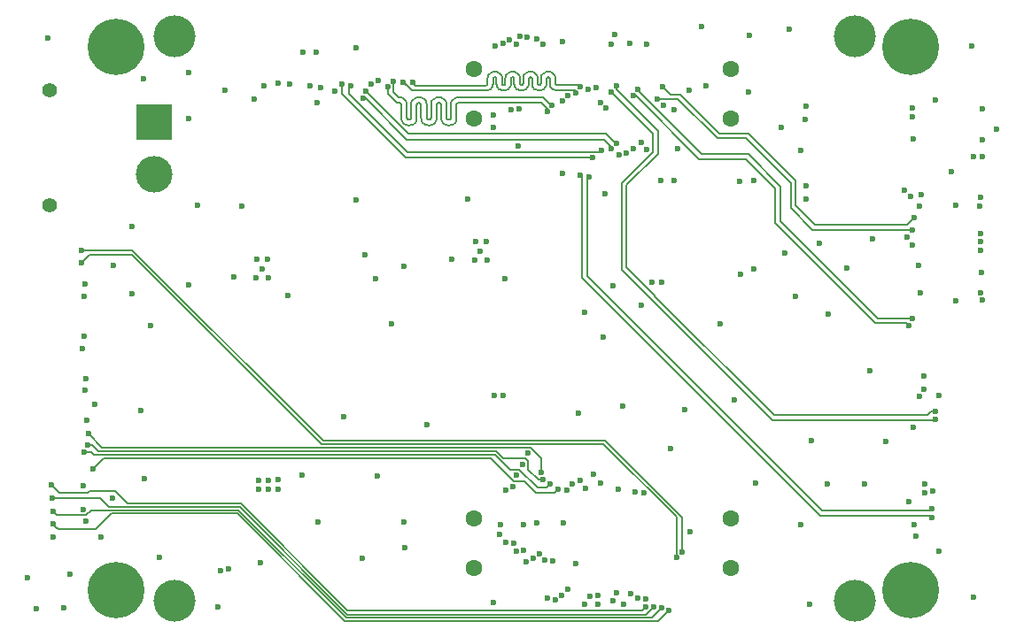
<source format=gbr>
%TF.GenerationSoftware,KiCad,Pcbnew,(5.1.8)-1*%
%TF.CreationDate,2021-06-12T11:00:53-04:00*%
%TF.ProjectId,pixc4-jetson-universal-carrier,70697863-342d-46a6-9574-736f6e2d756e,rev?*%
%TF.SameCoordinates,Original*%
%TF.FileFunction,Copper,L5,Inr*%
%TF.FilePolarity,Positive*%
%FSLAX46Y46*%
G04 Gerber Fmt 4.6, Leading zero omitted, Abs format (unit mm)*
G04 Created by KiCad (PCBNEW (5.1.8)-1) date 2021-06-12 11:00:53*
%MOMM*%
%LPD*%
G01*
G04 APERTURE LIST*
%TA.AperFunction,ComponentPad*%
%ADD10C,4.000000*%
%TD*%
%TA.AperFunction,ComponentPad*%
%ADD11C,1.600000*%
%TD*%
%TA.AperFunction,ComponentPad*%
%ADD12C,3.500000*%
%TD*%
%TA.AperFunction,ComponentPad*%
%ADD13R,3.500000X3.500000*%
%TD*%
%TA.AperFunction,ComponentPad*%
%ADD14C,1.400000*%
%TD*%
%TA.AperFunction,ComponentPad*%
%ADD15C,5.400000*%
%TD*%
%TA.AperFunction,ComponentPad*%
%ADD16C,0.800000*%
%TD*%
%TA.AperFunction,ViaPad*%
%ADD17C,0.600000*%
%TD*%
%TA.AperFunction,Conductor*%
%ADD18C,0.203200*%
%TD*%
%TA.AperFunction,Conductor*%
%ADD19C,0.152400*%
%TD*%
G04 APERTURE END LIST*
D10*
%TO.N,*%
%TO.C,U5*%
X132105400Y-134734300D03*
X67105400Y-134734300D03*
X132105400Y-80734300D03*
X67105400Y-80734300D03*
%TD*%
D11*
%TO.N,+5V*%
%TO.C,J5*%
X120250000Y-88625000D03*
X95750000Y-88625000D03*
%TO.N,GND*%
X120250000Y-83875000D03*
X95750000Y-83875000D03*
%TD*%
%TO.N,+5V*%
%TO.C,J6*%
X120250000Y-131625000D03*
X95750000Y-131625000D03*
%TO.N,GND*%
X120250000Y-126875000D03*
X95750000Y-126875000D03*
%TD*%
D12*
%TO.N,Net-(D1-Pad1)*%
%TO.C,J27*%
X65194180Y-93920320D03*
D13*
%TO.N,GND*%
X65194180Y-88920320D03*
D14*
%TO.N,*%
X55194180Y-96920320D03*
X55194180Y-85920320D03*
%TD*%
D15*
%TO.N,GND*%
%TO.C,J4*%
X137500000Y-133750000D03*
D16*
X139525000Y-133750000D03*
X138931891Y-135181891D03*
X137500000Y-135775000D03*
X136068109Y-135181891D03*
X135475000Y-133750000D03*
X136068109Y-132318109D03*
X137500000Y-131725000D03*
X138931891Y-132318109D03*
%TD*%
D15*
%TO.N,GND*%
%TO.C,J3*%
X137500000Y-81750000D03*
D16*
X139525000Y-81750000D03*
X138931891Y-83181891D03*
X137500000Y-83775000D03*
X136068109Y-83181891D03*
X135475000Y-81750000D03*
X136068109Y-80318109D03*
X137500000Y-79725000D03*
X138931891Y-80318109D03*
%TD*%
D15*
%TO.N,GND*%
%TO.C,J2*%
X61500000Y-133750000D03*
D16*
X63525000Y-133750000D03*
X62931891Y-135181891D03*
X61500000Y-135775000D03*
X60068109Y-135181891D03*
X59475000Y-133750000D03*
X60068109Y-132318109D03*
X61500000Y-131725000D03*
X62931891Y-132318109D03*
%TD*%
D15*
%TO.N,GND*%
%TO.C,J1*%
X61500000Y-81750000D03*
D16*
X63525000Y-81750000D03*
X62931891Y-83181891D03*
X61500000Y-83775000D03*
X60068109Y-83181891D03*
X59475000Y-81750000D03*
X60068109Y-80318109D03*
X61500000Y-79725000D03*
X62931891Y-80318109D03*
%TD*%
D17*
%TO.N,GND*%
X145694400Y-89662000D03*
X76085700Y-103860600D03*
X74917300Y-103886000D03*
X75463400Y-103035100D03*
X76009500Y-102108000D03*
X74968100Y-102108000D03*
X125082300Y-89471500D03*
X95872300Y-100393500D03*
X96913700Y-100393500D03*
X95821500Y-102171500D03*
X96367600Y-101320600D03*
X96989900Y-102146100D03*
X127000000Y-91706700D03*
X104228900Y-81216500D03*
X68478400Y-84251800D03*
X74777600Y-86728300D03*
X68491100Y-88646000D03*
X71932800Y-85877400D03*
X61269880Y-102707440D03*
X63068200Y-98907600D03*
X64833500Y-108394500D03*
X63911480Y-116591080D03*
X64211200Y-123101100D03*
X85331300Y-101638100D03*
X84467700Y-96405700D03*
X73596500Y-96964500D03*
X95135700Y-96304100D03*
X108140500Y-109562900D03*
X105752900Y-116827300D03*
X115887500Y-116471700D03*
X119265700Y-108242100D03*
X133604000Y-112712500D03*
X133096000Y-123609100D03*
X143357600Y-81673700D03*
X125920500Y-80098900D03*
X111175800Y-124358400D03*
X111988600Y-124409200D03*
X144322800Y-92281658D03*
X144132300Y-96139000D03*
X100470990Y-127500292D03*
X104250005Y-127336658D03*
X105501442Y-131211610D03*
X107858560Y-87055960D03*
X138506200Y-95930720D03*
X137105181Y-99939699D03*
X131394200Y-102895400D03*
X128727200Y-100545900D03*
X125488700Y-101498400D03*
X129616200Y-107340400D03*
X126504700Y-105625900D03*
X109994700Y-116166900D03*
X135077200Y-119532400D03*
X129489200Y-123596400D03*
X127838200Y-135089900D03*
X127012700Y-127469900D03*
X83324700Y-117182900D03*
X86499700Y-122834400D03*
X79324200Y-122707400D03*
X80848200Y-127215900D03*
X89039700Y-127215900D03*
X71259700Y-135343900D03*
X65671700Y-130644900D03*
X63068200Y-105371900D03*
X64147700Y-84797900D03*
X69291200Y-96926400D03*
X87896700Y-108292900D03*
X111772700Y-106514900D03*
X108280200Y-95783400D03*
X127965200Y-119405400D03*
X143522700Y-134454900D03*
X55003700Y-80924400D03*
X122694700Y-123532900D03*
X120599200Y-115531900D03*
X106311700Y-107149900D03*
X109042200Y-104609900D03*
X133870700Y-100164900D03*
X115201700Y-91528900D03*
%TO.N,+BATT*%
X104216200Y-93891100D03*
X108394500Y-87604600D03*
X86372700Y-103911400D03*
X75336400Y-131114800D03*
%TO.N,+VDD_SERVO*%
X138447085Y-105261985D03*
X116398040Y-128188720D03*
%TO.N,+5V*%
X75692000Y-85521800D03*
X85051900Y-130721100D03*
X75184000Y-124091700D03*
X76098400Y-124079000D03*
X77012800Y-124066300D03*
X76987400Y-123202700D03*
X75158600Y-123228100D03*
X76073000Y-123215400D03*
X68453000Y-104521000D03*
X53073300Y-132600700D03*
%TO.N,3V3_SYS*%
X80759300Y-87058500D03*
X117500399Y-79844901D03*
%TO.N,USB2-*%
X113739846Y-85542562D03*
X137827849Y-98077721D03*
%TO.N,USB2+*%
X113247673Y-86721805D03*
X137662326Y-99252751D03*
%TO.N,PORT_VBUS_2*%
X112217200Y-81483200D03*
X141798240Y-96894375D03*
%TO.N,USB3-*%
X111391700Y-85801200D03*
X137627360Y-107741720D03*
%TO.N,USB3+*%
X110964548Y-86451214D03*
X137302240Y-108452920D03*
%TO.N,PORT_VBUS_3*%
X110629700Y-81407000D03*
X141798240Y-106029690D03*
%TO.N,USB4-*%
X109346858Y-85491485D03*
X139856278Y-116600960D03*
%TO.N,USB4+*%
X139856278Y-117408670D03*
X108828756Y-86085854D03*
%TO.N,PORT_VBUS_4*%
X140182600Y-115125500D03*
X108846325Y-81465125D03*
%TO.N,USB5-*%
X107416600Y-85623400D03*
X139471400Y-125948160D03*
X106717290Y-94201401D03*
%TO.N,USB5+*%
X106667299Y-85832063D03*
X139471400Y-126832640D03*
X105869460Y-94030800D03*
%TO.N,PORT_VBUS_5*%
X139598400Y-124256800D03*
X109181900Y-80556100D03*
X122034300Y-80683100D03*
X122022166Y-86105898D03*
%TO.N,ETH_RADIO_TX_N*%
X102335801Y-81514220D03*
X122455940Y-103014780D03*
%TO.N,ETH_RADIO_TX_P*%
X101762681Y-81001322D03*
X121208800Y-103479600D03*
%TO.N,ETH_RADIO_RX_N*%
X100850700Y-80860900D03*
X112731920Y-104299120D03*
%TO.N,ETH_RADIO_RX_P*%
X100109878Y-80729344D03*
X113670484Y-104274216D03*
%TO.N,ETH_SPARE_RX_P*%
X99767855Y-81528576D03*
X127464830Y-87396310D03*
%TO.N,ETH_SPARE_RX_N*%
X99160706Y-81084172D03*
X127429765Y-88671400D03*
%TO.N,ETH_SPARE_TX_P*%
X98494149Y-81433207D03*
X127464810Y-95016330D03*
%TO.N,ETH_SPARE_TX_N*%
X97775407Y-81655767D03*
X127464813Y-96286327D03*
%TO.N,XAVIER_CONSOLE_TX_OUT*%
X97612200Y-88315800D03*
X58547000Y-104432100D03*
%TO.N,XAVIER_CONSOLE_RX_IN*%
X58508900Y-105625900D03*
X97574100Y-89458800D03*
%TO.N,FMU_I2C_1_SDA*%
X103746300Y-124129800D03*
X59324242Y-122174000D03*
%TO.N,FMU_I2C_1_SCL*%
X102990943Y-123611586D03*
X58518921Y-120522869D03*
%TO.N,GPS1_RX*%
X102359445Y-123202521D03*
X58860348Y-119852383D03*
%TO.N,GPS1_TX*%
X58877200Y-118795800D03*
X102171310Y-122474010D03*
%TO.N,+VDD_5V_PERIPH*%
X144246600Y-103352288D03*
X144180128Y-99641634D03*
X98272600Y-127520700D03*
X101750008Y-127336657D03*
X55511700Y-128701800D03*
X97637600Y-134967668D03*
X58740040Y-117495320D03*
X112127789Y-134558761D03*
X110073440Y-135097520D03*
X106299000Y-135082280D03*
X107604551Y-135117831D03*
X140221660Y-129980380D03*
X60126880Y-128671320D03*
X59496960Y-115935760D03*
%TO.N,BATT_VOLTAGE_SENS_PROT*%
X115627082Y-130095237D03*
X58269562Y-101210800D03*
%TO.N,BATT_CURRENT_SENS_PROT*%
X115087400Y-130619500D03*
X58242200Y-102382320D03*
%TO.N,FMU-CH1-PROT*%
X143484600Y-92240100D03*
X102526010Y-130871221D03*
%TO.N,IO-CH8-PROT*%
X144373600Y-90627200D03*
X102039609Y-130297168D03*
%TO.N,IO-CH7-PROT*%
X144373600Y-87668100D03*
X101388155Y-130673640D03*
%TO.N,IO-CH6-PROT*%
X138275161Y-102645571D03*
X100716370Y-131012503D03*
%TO.N,IO-CH5-PROT*%
X100519283Y-129909783D03*
X137617200Y-100700840D03*
%TO.N,IO-CH4-PROT*%
X138363195Y-96967805D03*
X99776570Y-130030207D03*
%TO.N,IO-CH3-PROT*%
X141401842Y-93675227D03*
X99544316Y-129257257D03*
%TO.N,IO-CH2-PROT*%
X98796130Y-129177622D03*
X137748135Y-90544864D03*
%TO.N,IO-CH1-PROT*%
X98209100Y-128422400D03*
X139823041Y-86846559D03*
%TO.N,ETH_RADIO_TX_POSTMAG_N*%
X117936501Y-85499521D03*
X122455936Y-94569284D03*
%TO.N,ETH_RADIO_TX_POSTMAG_P*%
X116285922Y-85888732D03*
X121158505Y-94596715D03*
%TO.N,ETH_RADIO_RX_POSTMAG_N*%
X114835940Y-94569280D03*
X114854010Y-87768988D03*
%TO.N,ETH_RADIO_RX_POSTMAG_P*%
X113565940Y-94569280D03*
X113896645Y-87334855D03*
%TO.N,ETH_SPARE_TX_POSTMAG_N*%
X137493245Y-96097855D03*
%TO.N,ETH_SPARE_TX_POSTMAG_P*%
X136857296Y-95461907D03*
%TO.N,ETH_SPARE_RX_POSTMAG_N*%
X137680700Y-88480900D03*
%TO.N,ETH_SPARE_RX_POSTMAG_P*%
X137655300Y-87617300D03*
%TO.N,Net-(C20-Pad1)*%
X98717100Y-103936800D03*
X93636840Y-102044400D03*
%TO.N,Net-(D4-Pad1)*%
X53924200Y-135483600D03*
%TO.N,Net-(C21-Pad1)*%
X77978000Y-105537000D03*
X72752960Y-103794460D03*
%TO.N,+5V_FMU*%
X109499400Y-124129800D03*
X89090500Y-102730300D03*
X91236800Y-117919500D03*
X57124600Y-132181600D03*
X97726500Y-115112800D03*
X114554000Y-120197546D03*
X98557080Y-115097560D03*
X89103200Y-129692400D03*
%TO.N,Net-(D5-Pad1)*%
X56553100Y-135445500D03*
%TO.N,IRID_ON_OFF_3.3*%
X77050900Y-85255100D03*
X112217200Y-91605100D03*
%TO.N,IRID_TX_IN_3.3*%
X78155800Y-85305900D03*
X111772710Y-90930419D03*
%TO.N,IRID_RING_3.3*%
X79425800Y-82245200D03*
X110944111Y-91478100D03*
%TO.N,IRID_NA_3.3*%
X80657700Y-82270600D03*
X110326413Y-91907702D03*
%TO.N,IRID_RX_OUT_3.3*%
X109590480Y-92064262D03*
X84442300Y-81876900D03*
%TO.N,CAM1_D2_N*%
X109409465Y-90959095D03*
X85420200Y-86004400D03*
%TO.N,CAM1_D2_P*%
X108877100Y-91490800D03*
X85151489Y-86707183D03*
%TO.N,CAM1_D3_N*%
X84010500Y-85445600D03*
X107899200Y-91643200D03*
%TO.N,CAM1_D3_P*%
X107087969Y-92349610D03*
X83096100Y-85344000D03*
%TO.N,CAM1_D0_N*%
X89877900Y-85178900D03*
X105933786Y-85573315D03*
%TO.N,CAM1_D0_P*%
X105498900Y-86194900D03*
X89001600Y-85140800D03*
%TO.N,CAM1_C_N*%
X104731809Y-86399379D03*
X86575900Y-84950300D03*
%TO.N,CAM1_C_P*%
X104216200Y-86956900D03*
X85902932Y-85286784D03*
%TO.N,CAM1_D1_N*%
X103190900Y-87314458D03*
X88074965Y-85065452D03*
%TO.N,CAM1_D1_P*%
X102730300Y-87909400D03*
X87515700Y-85568772D03*
%TO.N,CAM_GPIO*%
X99961700Y-91211400D03*
X82448400Y-85966300D03*
%TO.N,CAM_SCL0*%
X100038766Y-87667234D03*
X81051400Y-85661500D03*
%TO.N,CAM_SDA0*%
X99289523Y-87736219D03*
X80086200Y-85496400D03*
%TO.N,RC_INPUT*%
X107873800Y-123510040D03*
X58491120Y-109407960D03*
%TO.N,+VDD_5V_RADIO*%
X107177840Y-122682000D03*
X58301380Y-110599980D03*
%TO.N,BUZZER_OUT*%
X106407958Y-124035555D03*
X58643481Y-127110191D03*
%TO.N,SAFETY_VDD*%
X105882440Y-123240800D03*
X58390511Y-126052980D03*
%TO.N,~SAFETY_SWITCH_LED_OUT*%
X105151715Y-123620506D03*
X61165740Y-124929900D03*
%TO.N,SAFETY_SWITCH_IN*%
X104632470Y-124203724D03*
X58372688Y-123714160D03*
%TO.N,SPI5_CS2_EXTERNAL1*%
X100882020Y-120606906D03*
X138816080Y-123550680D03*
%TO.N,SPI5_CS1_EXTERNAL1*%
X100355398Y-121729500D03*
X138821160Y-124419360D03*
%TO.N,SPI5_MOSI_EXTERNAL1*%
X99834700Y-122720100D03*
X137271844Y-125252396D03*
%TO.N,SPI5_MISO_EXTERNAL1*%
X99468339Y-123867183D03*
X137825480Y-127452120D03*
%TO.N,SPI5_SCK_EXTERNAL1*%
X137998200Y-128587500D03*
X98765049Y-124134590D03*
%TO.N,TELEM1_TX*%
X55511700Y-127431800D03*
X114385281Y-135702275D03*
%TO.N,TELEM1_RX*%
X55486300Y-126212600D03*
X113671026Y-135465711D03*
%TO.N,TELEM1_CTS*%
X55422800Y-124955300D03*
X112932693Y-135320835D03*
%TO.N,TELEM1_RTS*%
X55384700Y-123710700D03*
X112148676Y-135357284D03*
%TO.N,CAN_L_1-*%
X144208500Y-101193600D03*
X111381030Y-134466700D03*
%TO.N,CAN_H_1+*%
X144208500Y-100393500D03*
X110724418Y-134099300D03*
%TO.N,CAN_L_2-*%
X58643520Y-113477040D03*
X72303104Y-131690375D03*
X109353649Y-134008460D03*
%TO.N,CAN_H_2+*%
X58577480Y-114614960D03*
X109047280Y-134777480D03*
X71552148Y-131880385D03*
%TO.N,FMU_I2C_2_SDA*%
X144297400Y-106006900D03*
X107610456Y-134289770D03*
%TO.N,FMU_I2C_2_SCL*%
X144200676Y-105260742D03*
X106858090Y-134298105D03*
%TO.N,FMU-CH6-PROT*%
X138775440Y-113284000D03*
X104734650Y-133684532D03*
%TO.N,FMU-CH5-PROT*%
X138744960Y-114518440D03*
X104140290Y-134213688D03*
%TO.N,FMU-CH4-PROT*%
X103548204Y-134683445D03*
X138315700Y-115214400D03*
%TO.N,FMU-CH3-PROT*%
X102808149Y-134547695D03*
X137754360Y-118150640D03*
%TO.N,FMU-CH2-PROT*%
X144043400Y-97015300D03*
X103270711Y-130978665D03*
%TD*%
D18*
%TO.N,USB2-*%
X113739846Y-85542562D02*
X114493784Y-86296500D01*
X126494764Y-94552322D02*
X126494764Y-96955088D01*
X114493784Y-86296500D02*
X115443000Y-86296500D01*
X115443000Y-86296500D02*
X119174260Y-90027760D01*
X119174260Y-90027760D02*
X121970202Y-90027760D01*
X121970202Y-90027760D02*
X126494764Y-94552322D01*
X126494764Y-96955088D02*
X128129776Y-98590100D01*
X137140509Y-98765061D02*
X128321857Y-98765061D01*
X128321857Y-98765061D02*
X128138336Y-98581540D01*
X137827849Y-98077721D02*
X137140509Y-98765061D01*
%TO.N,USB2+*%
X126019560Y-97152460D02*
X128119851Y-99252751D01*
X115207905Y-86721805D02*
X119001540Y-90515440D01*
X119001540Y-90515440D02*
X121768198Y-90515440D01*
X121768198Y-90515440D02*
X126019560Y-94766802D01*
X128119851Y-99252751D02*
X137662326Y-99252751D01*
X126019560Y-94766802D02*
X126019560Y-97152460D01*
X113247673Y-86721805D02*
X115207905Y-86721805D01*
%TO.N,USB3-*%
X111391700Y-85801200D02*
X111391700Y-85881233D01*
X111391700Y-85881233D02*
X112287728Y-86777261D01*
X112287728Y-86777261D02*
X115544600Y-90034133D01*
X121944802Y-91996260D02*
X117506727Y-91996260D01*
X117506727Y-91996260D02*
X115544600Y-90034133D01*
X121944802Y-91996260D02*
X125046740Y-95098198D01*
X125046740Y-95098198D02*
X125046740Y-98438298D01*
X125046740Y-98438298D02*
X134350162Y-107741720D01*
X134350162Y-107741720D02*
X137627360Y-107741720D01*
X111391700Y-85801200D02*
X111391700Y-85996780D01*
%TO.N,USB3+*%
X137048240Y-108198920D02*
X137302240Y-108452920D01*
X134117678Y-108198920D02*
X137048240Y-108198920D01*
X124559060Y-98640302D02*
X134117678Y-108198920D01*
X121742798Y-92483940D02*
X124559060Y-95300202D01*
X117284500Y-92483940D02*
X121742798Y-92483940D01*
X111251774Y-86451214D02*
X117284500Y-92483940D01*
X124559060Y-95300202D02*
X124559060Y-98640302D01*
X110964548Y-86451214D02*
X111251774Y-86451214D01*
%TO.N,USB4-*%
X109346858Y-85491485D02*
X109346858Y-85826458D01*
X124402586Y-116979700D02*
X139053274Y-116979700D01*
X109346858Y-85826458D02*
X113322100Y-89801700D01*
X113322100Y-89801700D02*
X113322100Y-92024200D01*
X113322100Y-92024200D02*
X110340140Y-95006160D01*
X110340140Y-95006160D02*
X110340140Y-102870598D01*
X110340140Y-102870598D02*
X113034799Y-105565257D01*
X113034799Y-105565257D02*
X113034799Y-105611913D01*
X113034799Y-105611913D02*
X124402586Y-116979700D01*
X139053274Y-116979700D02*
X139432014Y-116600960D01*
X139432014Y-116600960D02*
X139856278Y-116600960D01*
%TO.N,USB4+*%
X108828756Y-86085854D02*
X112826800Y-90083898D01*
X112826800Y-90083898D02*
X112826800Y-91831758D01*
X112826800Y-91831758D02*
X109852460Y-94806098D01*
X109852460Y-94806098D02*
X109852460Y-103072602D01*
X109852460Y-103072602D02*
X124265298Y-117485440D01*
X124265298Y-117485440D02*
X139779508Y-117485440D01*
X139779508Y-117485440D02*
X139856278Y-117408670D01*
%TO.N,USB5-*%
X106591100Y-94327591D02*
X106717290Y-94201401D01*
X106591100Y-103718958D02*
X106591100Y-94327591D01*
X128983142Y-126111000D02*
X106591100Y-103718958D01*
X139308560Y-126111000D02*
X128983142Y-126111000D01*
X139471400Y-125948160D02*
X139308560Y-126111000D01*
%TO.N,USB5+*%
X106067860Y-103885402D02*
X128816698Y-126634240D01*
X128816698Y-126634240D02*
X139273000Y-126634240D01*
X139273000Y-126634240D02*
X139471400Y-126832640D01*
X105869460Y-94030800D02*
X106067860Y-94229200D01*
X106067860Y-94229200D02*
X106067860Y-103885402D01*
D19*
%TO.N,FMU_I2C_1_SDA*%
X60378342Y-121119900D02*
X59324242Y-122174000D01*
X97320100Y-121119900D02*
X60378342Y-121119900D01*
X99538782Y-123338582D02*
X97320100Y-121119900D01*
X100549702Y-123338582D02*
X99538782Y-123338582D01*
X101640919Y-124429799D02*
X100549702Y-123338582D01*
X103446301Y-124429799D02*
X101640919Y-124429799D01*
X103746300Y-124129800D02*
X103446301Y-124429799D01*
%TO.N,FMU_I2C_1_SCL*%
X59445797Y-120766467D02*
X59202199Y-120522869D01*
X102690944Y-123911585D02*
X101808515Y-123911585D01*
X97748987Y-120766467D02*
X59445797Y-120766467D01*
X101808515Y-123911585D02*
X100088429Y-122191499D01*
X59202199Y-120522869D02*
X58518921Y-120522869D01*
X99174019Y-122191499D02*
X97748987Y-120766467D01*
X102990943Y-123611586D02*
X102690944Y-123911585D01*
X100088429Y-122191499D02*
X99174019Y-122191499D01*
%TO.N,GPS1_RX*%
X98500186Y-121086599D02*
X97834976Y-120421389D01*
X100934801Y-121361471D02*
X100659929Y-121086599D01*
X59853618Y-120421389D02*
X59284612Y-119852383D01*
X100934801Y-122202141D02*
X100934801Y-121361471D01*
X59284612Y-119852383D02*
X58860348Y-119852383D01*
X101935181Y-123202521D02*
X100934801Y-122202141D01*
X102359445Y-123202521D02*
X101935181Y-123202521D01*
X97834976Y-120421389D02*
X59853618Y-120421389D01*
X100659929Y-121086599D02*
X98500186Y-121086599D01*
%TO.N,GPS1_TX*%
X102171310Y-121113866D02*
X102171310Y-122474010D01*
X60159705Y-120078305D02*
X101135749Y-120078305D01*
X58877200Y-118795800D02*
X60159705Y-120078305D01*
X101135749Y-120078305D02*
X102171310Y-121113866D01*
%TO.N,BATT_VOLTAGE_SENS_PROT*%
X115627082Y-130095237D02*
X115627082Y-126834286D01*
X115627082Y-126834286D02*
X108261479Y-119468683D01*
X63047300Y-101210800D02*
X58269562Y-101210800D01*
X108261479Y-119468683D02*
X81305183Y-119468683D01*
X81305183Y-119468683D02*
X63047300Y-101210800D01*
%TO.N,BATT_CURRENT_SENS_PROT*%
X58999120Y-101625400D02*
X58242200Y-102382320D01*
X63027560Y-101625400D02*
X58999120Y-101625400D01*
X81175654Y-119773494D02*
X63027560Y-101625400D01*
X108135224Y-119773494D02*
X81175654Y-119773494D01*
X115087400Y-126725670D02*
X108135224Y-119773494D01*
X115087400Y-130619500D02*
X115087400Y-126725670D01*
%TO.N,CAM1_D2_N*%
X108376276Y-90081100D02*
X89496900Y-90081100D01*
X89496900Y-90081100D02*
X85745813Y-86330013D01*
X85745813Y-86330013D02*
X85420200Y-86004400D01*
X109409465Y-90959095D02*
X109254271Y-90959095D01*
X109254271Y-90959095D02*
X108376276Y-90081100D01*
%TO.N,CAM1_D2_P*%
X108155334Y-90614500D02*
X89275958Y-90614500D01*
X89275958Y-90614500D02*
X85368641Y-86707183D01*
X85368641Y-86707183D02*
X85151489Y-86707183D01*
X108877100Y-91490800D02*
X108877100Y-91336266D01*
X108877100Y-91336266D02*
X108155334Y-90614500D01*
%TO.N,CAM1_D3_N*%
X107721400Y-91821000D02*
X107899200Y-91643200D01*
X89429572Y-91821000D02*
X107721400Y-91821000D01*
X83832700Y-86224128D02*
X89429572Y-91821000D01*
X83832700Y-85623400D02*
X83832700Y-86224128D01*
X84010500Y-85445600D02*
X83832700Y-85623400D01*
%TO.N,CAM1_D3_P*%
X83096100Y-86258400D02*
X89187310Y-92349610D01*
X89187310Y-92349610D02*
X107087969Y-92349610D01*
X83096100Y-85344000D02*
X83096100Y-86258400D01*
%TO.N,CAM1_D0_N*%
X99247807Y-84144440D02*
X99392831Y-84128100D01*
X103540176Y-85305183D02*
X103559036Y-85335198D01*
X97410055Y-84192641D02*
X97547807Y-84144440D01*
X96851707Y-85478899D02*
X96951483Y-85379123D01*
X100425423Y-85305183D02*
X100437131Y-85271725D01*
X102647807Y-84144440D02*
X102792831Y-84128100D01*
X99982312Y-84373483D02*
X100059958Y-84497055D01*
X101914116Y-85379123D02*
X101947574Y-85390831D01*
X100124500Y-84779831D02*
X100124500Y-85236500D01*
X100947807Y-84144440D02*
X101092831Y-84128100D01*
X100159036Y-85335198D02*
X100184101Y-85360263D01*
X103459958Y-84497055D02*
X103508159Y-84634807D01*
X100140176Y-85305183D02*
X100159036Y-85335198D01*
X100247574Y-85390831D02*
X100282800Y-85394800D01*
X100059958Y-84497055D02*
X100108159Y-84634807D01*
X103279116Y-84270287D02*
X103382312Y-84373483D01*
X100406563Y-85335198D02*
X100425423Y-85305183D01*
X100128468Y-85271725D02*
X100140176Y-85305183D01*
X100505641Y-84497055D02*
X100583287Y-84373483D01*
X102106563Y-85335198D02*
X102125423Y-85305183D01*
X100686483Y-84270287D02*
X100810055Y-84192641D01*
X101859036Y-85335198D02*
X101884101Y-85360263D01*
X98741100Y-84779831D02*
X98757440Y-84634807D01*
X102386483Y-84270287D02*
X102510055Y-84192641D01*
X102510055Y-84192641D02*
X102647807Y-84144440D01*
X100457440Y-84634807D02*
X100505641Y-84497055D01*
X97183287Y-84373483D02*
X97286483Y-84270287D01*
X102872768Y-84128100D02*
X103017792Y-84144440D01*
X103682800Y-85394800D02*
X105755271Y-85394800D01*
X101947574Y-85390831D02*
X101982800Y-85394800D01*
X98514116Y-85379123D02*
X98547574Y-85390831D01*
X103647574Y-85390831D02*
X103682800Y-85394800D01*
X99755544Y-84192641D02*
X99879116Y-84270287D01*
X103155544Y-84192641D02*
X103279116Y-84270287D01*
X101092831Y-84128100D02*
X101172768Y-84128100D01*
X100184101Y-85360263D02*
X100214116Y-85379123D01*
X103559036Y-85335198D02*
X103584101Y-85360263D01*
X89877900Y-85178900D02*
X90177899Y-85478899D01*
X103382312Y-84373483D02*
X103459958Y-84497055D01*
X100214116Y-85379123D02*
X100247574Y-85390831D01*
X103584101Y-85360263D02*
X103614116Y-85379123D01*
X102283287Y-84373483D02*
X102386483Y-84270287D01*
X100124500Y-85236500D02*
X100128468Y-85271725D01*
X102081498Y-85360263D02*
X102106563Y-85335198D01*
X97025423Y-85305183D02*
X97037131Y-85271725D01*
X100108159Y-84634807D02*
X100124500Y-84779831D01*
X101682312Y-84373483D02*
X101759958Y-84497055D01*
X101759958Y-84497055D02*
X101808159Y-84634807D01*
X99617792Y-84144440D02*
X99755544Y-84192641D01*
X101824500Y-84779831D02*
X101824500Y-85236500D01*
X103614116Y-85379123D02*
X103647574Y-85390831D01*
X98459036Y-85335198D02*
X98484101Y-85360263D01*
X101982800Y-85394800D02*
X102018025Y-85390831D01*
X103524500Y-84779831D02*
X103524500Y-85236500D01*
X98408159Y-84634807D02*
X98424500Y-84779831D01*
X102125423Y-85305183D02*
X102137131Y-85271725D01*
X100381498Y-85360263D02*
X100406563Y-85335198D01*
X102141100Y-85236500D02*
X102141100Y-84779831D01*
X103017792Y-84144440D02*
X103155544Y-84192641D01*
X101172768Y-84128100D02*
X101317792Y-84144440D01*
X100437131Y-85271725D02*
X100441100Y-85236500D01*
X102018025Y-85390831D02*
X102051483Y-85379123D01*
X100282800Y-85394800D02*
X100318025Y-85390831D01*
X105755271Y-85394800D02*
X105933786Y-85573315D01*
X101884101Y-85360263D02*
X101914116Y-85379123D01*
X101824500Y-85236500D02*
X101828468Y-85271725D01*
X98484101Y-85360263D02*
X98514116Y-85379123D01*
X101840176Y-85305183D02*
X101859036Y-85335198D01*
X101579116Y-84270287D02*
X101682312Y-84373483D01*
X98282312Y-84373483D02*
X98359958Y-84497055D01*
X100318025Y-85390831D02*
X100351483Y-85379123D01*
X100351483Y-85379123D02*
X100381498Y-85360263D01*
X103508159Y-84634807D02*
X103524500Y-84779831D01*
X102051483Y-85379123D02*
X102081498Y-85360263D01*
X100810055Y-84192641D02*
X100947807Y-84144440D01*
X99392831Y-84128100D02*
X99472768Y-84128100D01*
X103528468Y-85271725D02*
X103540176Y-85305183D01*
X99472768Y-84128100D02*
X99617792Y-84144440D01*
X99110055Y-84192641D02*
X99247807Y-84144440D01*
X98986483Y-84270287D02*
X99110055Y-84192641D01*
X98883287Y-84373483D02*
X98986483Y-84270287D01*
X98805641Y-84497055D02*
X98883287Y-84373483D01*
X102157440Y-84634807D02*
X102205641Y-84497055D01*
X98757440Y-84634807D02*
X98805641Y-84497055D01*
X98741100Y-85236500D02*
X98741100Y-84779831D01*
X98706563Y-85335198D02*
X98725423Y-85305183D01*
X102137131Y-85271725D02*
X102141100Y-85236500D01*
X98737131Y-85271725D02*
X98741100Y-85236500D01*
X98725423Y-85305183D02*
X98737131Y-85271725D01*
X97917792Y-84144440D02*
X98055544Y-84192641D01*
X103524500Y-85236500D02*
X103528468Y-85271725D01*
X98681498Y-85360263D02*
X98706563Y-85335198D01*
X98651483Y-85379123D02*
X98681498Y-85360263D01*
X102205641Y-84497055D02*
X102283287Y-84373483D01*
X98179116Y-84270287D02*
X98282312Y-84373483D01*
X97105641Y-84497055D02*
X97183287Y-84373483D01*
X98618025Y-85390831D02*
X98651483Y-85379123D01*
X98582800Y-85394800D02*
X98618025Y-85390831D01*
X98547574Y-85390831D02*
X98582800Y-85394800D01*
X98440176Y-85305183D02*
X98459036Y-85335198D01*
X98428468Y-85271725D02*
X98440176Y-85305183D01*
X98424500Y-85236500D02*
X98428468Y-85271725D01*
X102141100Y-84779831D02*
X102157440Y-84634807D01*
X98424500Y-84779831D02*
X98424500Y-85236500D01*
X100441100Y-85236500D02*
X100441100Y-84779831D01*
X97547807Y-84144440D02*
X97692831Y-84128100D01*
X97006563Y-85335198D02*
X97025423Y-85305183D01*
X98359958Y-84497055D02*
X98408159Y-84634807D01*
X98055544Y-84192641D02*
X98179116Y-84270287D01*
X100583287Y-84373483D02*
X100686483Y-84270287D01*
X97772768Y-84128100D02*
X97917792Y-84144440D01*
X97692831Y-84128100D02*
X97772768Y-84128100D01*
X101317792Y-84144440D02*
X101455544Y-84192641D01*
X97286483Y-84270287D02*
X97410055Y-84192641D01*
X101455544Y-84192641D02*
X101579116Y-84270287D01*
X97041100Y-84779831D02*
X97057440Y-84634807D01*
X100441100Y-84779831D02*
X100457440Y-84634807D01*
X97057440Y-84634807D02*
X97105641Y-84497055D01*
X97041100Y-85236500D02*
X97041100Y-84779831D01*
X97037131Y-85271725D02*
X97041100Y-85236500D01*
X96981498Y-85360263D02*
X97006563Y-85335198D01*
X96951483Y-85379123D02*
X96981498Y-85360263D01*
X101828468Y-85271725D02*
X101840176Y-85305183D01*
X101808159Y-84634807D02*
X101824500Y-84779831D01*
X90177899Y-85478899D02*
X96851707Y-85478899D01*
X99879116Y-84270287D02*
X99982312Y-84373483D01*
X102792831Y-84128100D02*
X102872768Y-84128100D01*
%TO.N,CAM1_D0_P*%
X102709036Y-84721101D02*
X102690176Y-84751116D01*
X103007440Y-85421492D02*
X102991100Y-85276468D01*
X104315324Y-85870779D02*
X104257903Y-85928200D01*
X103055641Y-85559244D02*
X103007440Y-85421492D01*
X100990176Y-84751116D02*
X100978468Y-84784574D01*
X101009036Y-84721101D02*
X100990176Y-84751116D01*
X102868025Y-84665468D02*
X102832800Y-84661500D01*
X97801483Y-84677176D02*
X97768025Y-84665468D01*
X101168025Y-84665468D02*
X101132800Y-84661500D01*
X96922768Y-85928200D02*
X89818228Y-85928200D01*
X102931498Y-84696036D02*
X102901483Y-84677176D01*
X101201483Y-84677176D02*
X101168025Y-84665468D01*
X101256563Y-84721101D02*
X101231498Y-84696036D01*
X104257903Y-85928200D02*
X103642831Y-85928200D01*
X101132800Y-84661500D02*
X101097574Y-84665468D01*
X101275423Y-84751116D02*
X101256563Y-84721101D01*
X97856563Y-84721101D02*
X97831498Y-84696036D01*
X101287131Y-84784574D02*
X101275423Y-84751116D01*
X99591100Y-84819800D02*
X99587131Y-84784574D01*
X101291100Y-85276468D02*
X101291100Y-84819800D01*
X98767792Y-85911859D02*
X98622768Y-85928200D01*
X100974500Y-84819800D02*
X100974500Y-85276468D01*
X101307440Y-85421492D02*
X101291100Y-85276468D01*
X99258159Y-85421492D02*
X99209958Y-85559244D01*
X101355641Y-85559244D02*
X101307440Y-85421492D01*
X101660055Y-85863658D02*
X101536483Y-85786012D01*
X99274500Y-84819800D02*
X99274500Y-85276468D01*
X102429116Y-85786012D02*
X102305544Y-85863658D01*
X102609958Y-85559244D02*
X102532312Y-85682816D01*
X89818228Y-85928200D02*
X89447026Y-85556998D01*
X102797574Y-84665468D02*
X102764116Y-84677176D01*
X101797807Y-85911859D02*
X101660055Y-85863658D01*
X97205544Y-85863658D02*
X97067792Y-85911859D01*
X103236483Y-85786012D02*
X103133287Y-85682816D01*
X101536483Y-85786012D02*
X101433287Y-85682816D01*
X99587131Y-84784574D02*
X99575423Y-84751116D01*
X89447026Y-85556998D02*
X89289264Y-85399236D01*
X103497807Y-85911859D02*
X103360055Y-85863658D01*
X105369108Y-85870779D02*
X104315324Y-85870779D01*
X100097807Y-85911859D02*
X99960055Y-85863658D01*
X102734101Y-84696036D02*
X102709036Y-84721101D01*
X97558159Y-85421492D02*
X97509958Y-85559244D01*
X102305544Y-85863658D02*
X102167792Y-85911859D01*
X100605544Y-85863658D02*
X100467792Y-85911859D01*
X102532312Y-85682816D02*
X102429116Y-85786012D01*
X99397574Y-84665468D02*
X99364116Y-84677176D01*
X102987131Y-84784574D02*
X102975423Y-84751116D01*
X97329116Y-85786012D02*
X97205544Y-85863658D01*
X101064116Y-84677176D02*
X101034101Y-84696036D01*
X102678468Y-84784574D02*
X102674500Y-84819800D01*
X99531498Y-84696036D02*
X99501483Y-84677176D01*
X102167792Y-85911859D02*
X102022768Y-85928200D01*
X99836483Y-85786012D02*
X99733287Y-85682816D01*
X102674500Y-84819800D02*
X102674500Y-85276468D01*
X103360055Y-85863658D02*
X103236483Y-85786012D01*
X103642831Y-85928200D02*
X103497807Y-85911859D01*
X97875423Y-84751116D02*
X97856563Y-84721101D01*
X101034101Y-84696036D02*
X101009036Y-84721101D01*
X102991100Y-84819800D02*
X102987131Y-84784574D01*
X97067792Y-85911859D02*
X96922768Y-85928200D01*
X102901483Y-84677176D02*
X102868025Y-84665468D01*
X103133287Y-85682816D02*
X103055641Y-85559244D01*
X102975423Y-84751116D02*
X102956563Y-84721101D01*
X102764116Y-84677176D02*
X102734101Y-84696036D01*
X97574500Y-84819800D02*
X97574500Y-85276468D01*
X101291100Y-84819800D02*
X101287131Y-84784574D01*
X98622768Y-85928200D02*
X98542831Y-85928200D01*
X105498900Y-86000571D02*
X105369108Y-85870779D01*
X105498900Y-86194900D02*
X105498900Y-86000571D01*
X102674500Y-85276468D02*
X102658159Y-85421492D01*
X101942831Y-85928200D02*
X101797807Y-85911859D01*
X102956563Y-84721101D02*
X102931498Y-84696036D01*
X97831498Y-84696036D02*
X97801483Y-84677176D01*
X102658159Y-85421492D02*
X102609958Y-85559244D01*
X99960055Y-85863658D02*
X99836483Y-85786012D01*
X101231498Y-84696036D02*
X101201483Y-84677176D01*
X97887131Y-84784574D02*
X97875423Y-84751116D01*
X102022768Y-85928200D02*
X101942831Y-85928200D01*
X99655641Y-85559244D02*
X99607440Y-85421492D01*
X97574500Y-85276468D02*
X97558159Y-85421492D01*
X102832800Y-84661500D02*
X102797574Y-84665468D01*
X100978468Y-84784574D02*
X100974500Y-84819800D01*
X102690176Y-84751116D02*
X102678468Y-84784574D01*
X100974500Y-85276468D02*
X100958159Y-85421492D01*
X100958159Y-85421492D02*
X100909958Y-85559244D01*
X97697574Y-84665468D02*
X97664116Y-84677176D01*
X101097574Y-84665468D02*
X101064116Y-84677176D01*
X101433287Y-85682816D02*
X101355641Y-85559244D01*
X99556563Y-84721101D02*
X99531498Y-84696036D01*
X100909958Y-85559244D02*
X100832312Y-85682816D01*
X100832312Y-85682816D02*
X100729116Y-85786012D01*
X98033287Y-85682816D02*
X97955641Y-85559244D01*
X100729116Y-85786012D02*
X100605544Y-85863658D01*
X100467792Y-85911859D02*
X100322768Y-85928200D01*
X100322768Y-85928200D02*
X100242831Y-85928200D01*
X97891100Y-84819800D02*
X97887131Y-84784574D01*
X100242831Y-85928200D02*
X100097807Y-85911859D01*
X97664116Y-84677176D02*
X97634101Y-84696036D01*
X99733287Y-85682816D02*
X99655641Y-85559244D01*
X99607440Y-85421492D02*
X99591100Y-85276468D01*
X99591100Y-85276468D02*
X99591100Y-84819800D01*
X99575423Y-84751116D02*
X99556563Y-84721101D01*
X99501483Y-84677176D02*
X99468025Y-84665468D01*
X99468025Y-84665468D02*
X99432800Y-84661500D01*
X99432800Y-84661500D02*
X99397574Y-84665468D01*
X99364116Y-84677176D02*
X99334101Y-84696036D01*
X99334101Y-84696036D02*
X99309036Y-84721101D01*
X99309036Y-84721101D02*
X99290176Y-84751116D01*
X99290176Y-84751116D02*
X99278468Y-84784574D01*
X99278468Y-84784574D02*
X99274500Y-84819800D01*
X99274500Y-85276468D02*
X99258159Y-85421492D01*
X99209958Y-85559244D02*
X99132312Y-85682816D01*
X99132312Y-85682816D02*
X99029116Y-85786012D01*
X99029116Y-85786012D02*
X98905544Y-85863658D01*
X98905544Y-85863658D02*
X98767792Y-85911859D01*
X98542831Y-85928200D02*
X98397807Y-85911859D01*
X98397807Y-85911859D02*
X98260055Y-85863658D01*
X98260055Y-85863658D02*
X98136483Y-85786012D01*
X98136483Y-85786012D02*
X98033287Y-85682816D01*
X97955641Y-85559244D02*
X97907440Y-85421492D01*
X97907440Y-85421492D02*
X97891100Y-85276468D01*
X97891100Y-85276468D02*
X97891100Y-84819800D01*
X102991100Y-85276468D02*
X102991100Y-84819800D01*
X97768025Y-84665468D02*
X97732800Y-84661500D01*
X97732800Y-84661500D02*
X97697574Y-84665468D01*
X97634101Y-84696036D02*
X97609036Y-84721101D01*
X97609036Y-84721101D02*
X97590176Y-84751116D01*
X97590176Y-84751116D02*
X97578468Y-84784574D01*
X97578468Y-84784574D02*
X97574500Y-84819800D01*
X97509958Y-85559244D02*
X97432312Y-85682816D01*
X97432312Y-85682816D02*
X97329116Y-85786012D01*
X89260036Y-85399236D02*
X89001600Y-85140800D01*
X89289264Y-85399236D02*
X89260036Y-85399236D01*
X89289264Y-85399236D02*
X89208007Y-85317979D01*
%TO.N,CAM1_D1_N*%
X89721988Y-88611977D02*
X89737394Y-88567951D01*
X89664189Y-88684455D02*
X89697172Y-88651472D01*
X89534317Y-88729900D02*
X89580668Y-88724677D01*
X89487965Y-88724677D02*
X89534317Y-88729900D01*
X89443939Y-88709271D02*
X89487965Y-88724677D01*
X89331239Y-88567951D02*
X89346645Y-88611977D01*
X89308495Y-87106535D02*
X89326017Y-87262042D01*
X89256809Y-86958825D02*
X89308495Y-87106535D01*
X88782681Y-86580721D02*
X88930391Y-86632407D01*
X88627174Y-86563200D02*
X88782681Y-86580721D01*
X88584317Y-86563200D02*
X88627174Y-86563200D01*
X88074965Y-86053848D02*
X88584317Y-86563200D01*
X89624694Y-88709271D02*
X89664189Y-88684455D01*
X89326017Y-88521600D02*
X89331239Y-88567951D01*
X93805738Y-86715665D02*
X93938242Y-86632407D01*
X93938242Y-86632407D02*
X94085952Y-86580721D01*
X93056809Y-86958825D02*
X93108495Y-87106535D01*
X89173551Y-86826321D02*
X89256809Y-86958825D01*
X89404444Y-88684455D02*
X89443939Y-88709271D01*
X89737394Y-88567951D02*
X89742617Y-88521600D01*
X93131239Y-88567951D02*
X93146645Y-88611977D01*
X93287965Y-88724677D02*
X93334317Y-88729900D01*
X89346645Y-88611977D02*
X89371461Y-88651472D01*
X89580668Y-88724677D02*
X89624694Y-88709271D01*
X89895082Y-86826321D02*
X90005738Y-86715665D01*
X89371461Y-88651472D02*
X89404444Y-88684455D01*
X88930391Y-86632407D02*
X89062895Y-86715665D01*
X89742617Y-87262042D02*
X89760138Y-87106535D01*
X90285952Y-86580721D02*
X90441459Y-86563200D01*
X91343939Y-88709271D02*
X91387965Y-88724677D01*
X93126017Y-88521600D02*
X93131239Y-88567951D01*
X93464189Y-88684455D02*
X93497172Y-88651472D01*
X90682681Y-86580721D02*
X90830391Y-86632407D01*
X91480668Y-88724677D02*
X91524694Y-88709271D01*
X90441459Y-86563200D02*
X90527174Y-86563200D01*
X91231239Y-88567951D02*
X91246645Y-88611977D01*
X88074965Y-85065452D02*
X88074965Y-86053848D01*
X93521988Y-88611977D02*
X93537394Y-88567951D01*
X89697172Y-88651472D02*
X89721988Y-88611977D01*
X92730391Y-86632407D02*
X92862895Y-86715665D01*
X92973551Y-86826321D02*
X93056809Y-86958825D01*
X91226017Y-88521600D02*
X91231239Y-88567951D01*
X91905738Y-86715665D02*
X92038242Y-86632407D01*
X91660138Y-87106535D02*
X91711824Y-86958825D01*
X91226017Y-87262042D02*
X91226017Y-88521600D01*
X91711824Y-86958825D02*
X91795082Y-86826321D01*
X92582681Y-86580721D02*
X92730391Y-86632407D01*
X89062895Y-86715665D02*
X89173551Y-86826321D01*
X93146645Y-88611977D02*
X93171461Y-88651472D01*
X103107471Y-87314458D02*
X103190900Y-87314458D01*
X89326017Y-87262042D02*
X89326017Y-88521600D01*
X91642617Y-88521600D02*
X91642617Y-87262042D01*
X93542617Y-88521600D02*
X93542617Y-87262042D01*
X93334317Y-88729900D02*
X93380668Y-88724677D01*
X89742617Y-88521600D02*
X89742617Y-87262042D01*
X90138242Y-86632407D02*
X90285952Y-86580721D01*
X89760138Y-87106535D02*
X89811824Y-86958825D01*
X89811824Y-86958825D02*
X89895082Y-86826321D01*
X90005738Y-86715665D02*
X90138242Y-86632407D01*
X90527174Y-86563200D02*
X90682681Y-86580721D01*
X90830391Y-86632407D02*
X90962895Y-86715665D01*
X90962895Y-86715665D02*
X91073551Y-86826321D01*
X91073551Y-86826321D02*
X91156809Y-86958825D01*
X91156809Y-86958825D02*
X91208495Y-87106535D01*
X91208495Y-87106535D02*
X91226017Y-87262042D01*
X91246645Y-88611977D02*
X91271461Y-88651472D01*
X91271461Y-88651472D02*
X91304444Y-88684455D01*
X91304444Y-88684455D02*
X91343939Y-88709271D01*
X91387965Y-88724677D02*
X91434317Y-88729900D01*
X91434317Y-88729900D02*
X91480668Y-88724677D01*
X91524694Y-88709271D02*
X91564189Y-88684455D01*
X91564189Y-88684455D02*
X91597172Y-88651472D01*
X91597172Y-88651472D02*
X91621988Y-88611977D01*
X91621988Y-88611977D02*
X91637394Y-88567951D01*
X91637394Y-88567951D02*
X91642617Y-88521600D01*
X91642617Y-87262042D02*
X91660138Y-87106535D01*
X91795082Y-86826321D02*
X91905738Y-86715665D01*
X92038242Y-86632407D02*
X92185952Y-86580721D01*
X92185952Y-86580721D02*
X92341459Y-86563200D01*
X92341459Y-86563200D02*
X92427174Y-86563200D01*
X92427174Y-86563200D02*
X92582681Y-86580721D01*
X92862895Y-86715665D02*
X92973551Y-86826321D01*
X93108495Y-87106535D02*
X93126017Y-87262042D01*
X93126017Y-87262042D02*
X93126017Y-88521600D01*
X93171461Y-88651472D02*
X93204444Y-88684455D01*
X93204444Y-88684455D02*
X93243939Y-88709271D01*
X93243939Y-88709271D02*
X93287965Y-88724677D01*
X93380668Y-88724677D02*
X93424694Y-88709271D01*
X93424694Y-88709271D02*
X93464189Y-88684455D01*
X93497172Y-88651472D02*
X93521988Y-88611977D01*
X93537394Y-88567951D02*
X93542617Y-88521600D01*
X93542617Y-87262042D02*
X93560138Y-87106535D01*
X93560138Y-87106535D02*
X93611824Y-86958825D01*
X93611824Y-86958825D02*
X93695082Y-86826321D01*
X93695082Y-86826321D02*
X93805738Y-86715665D01*
X94085952Y-86580721D02*
X94241459Y-86563200D01*
X94241459Y-86563200D02*
X102356213Y-86563200D01*
X102356213Y-86563200D02*
X103107471Y-87314458D01*
%TO.N,CAM1_D1_P*%
X88714189Y-87142044D02*
X88747172Y-87175027D01*
X89055738Y-89110834D02*
X89188242Y-89194092D01*
X88810138Y-88719964D02*
X88861824Y-88867674D01*
X102730300Y-87691629D02*
X102730300Y-87909400D01*
X94237965Y-87101822D02*
X94284317Y-87096600D01*
X94121461Y-87175027D02*
X94154444Y-87142044D01*
X94096645Y-87214522D02*
X94121461Y-87175027D01*
X94076017Y-87304900D02*
X94081239Y-87258548D01*
X94076017Y-88564457D02*
X94076017Y-87304900D01*
X94058495Y-88719964D02*
X94076017Y-88564457D01*
X93532681Y-89245778D02*
X93680391Y-89194092D01*
X93291459Y-89263300D02*
X93377174Y-89263300D01*
X93135952Y-89245778D02*
X93291459Y-89263300D01*
X92988242Y-89194092D02*
X93135952Y-89245778D01*
X92855738Y-89110834D02*
X92988242Y-89194092D01*
X92745082Y-89000178D02*
X92855738Y-89110834D01*
X92661824Y-88867674D02*
X92745082Y-89000178D01*
X92610138Y-88719964D02*
X92661824Y-88867674D01*
X92592617Y-88564457D02*
X92610138Y-88719964D01*
X92592617Y-87304900D02*
X92592617Y-88564457D01*
X88771988Y-87214522D02*
X88787394Y-87258548D01*
X92587394Y-87258548D02*
X92592617Y-87304900D01*
X92547172Y-87175027D02*
X92571988Y-87214522D01*
X92514189Y-87142044D02*
X92547172Y-87175027D01*
X92430668Y-87101822D02*
X92474694Y-87117228D01*
X92384317Y-87096600D02*
X92430668Y-87101822D01*
X92337965Y-87101822D02*
X92384317Y-87096600D01*
X92254444Y-87142044D02*
X92293939Y-87117228D01*
X88787394Y-87258548D02*
X88792617Y-87304900D01*
X92181239Y-87258548D02*
X92196645Y-87214522D01*
X89577174Y-89263300D02*
X89732681Y-89245778D01*
X92176017Y-87304900D02*
X92181239Y-87258548D01*
X93812895Y-89110834D02*
X93923551Y-89000178D01*
X90276017Y-87304900D02*
X90281239Y-87258548D01*
X88674694Y-87117228D02*
X88714189Y-87142044D01*
X92221461Y-87175027D02*
X92254444Y-87142044D01*
X90276017Y-88564457D02*
X90276017Y-87304900D01*
X94154444Y-87142044D02*
X94193939Y-87117228D01*
X88363373Y-87096600D02*
X88584317Y-87096600D01*
X90012895Y-89110834D02*
X90123551Y-89000178D01*
X90206809Y-88867674D02*
X90258495Y-88719964D01*
X88792617Y-88564457D02*
X88810138Y-88719964D01*
X91088242Y-89194092D02*
X91235952Y-89245778D01*
X92196645Y-87214522D02*
X92221461Y-87175027D01*
X89335952Y-89245778D02*
X89491459Y-89263300D01*
X90258495Y-88719964D02*
X90276017Y-88564457D01*
X90296645Y-87214522D02*
X90321461Y-87175027D01*
X89188242Y-89194092D02*
X89335952Y-89245778D01*
X93377174Y-89263300D02*
X93532681Y-89245778D01*
X90321461Y-87175027D02*
X90354444Y-87142044D01*
X92293939Y-87117228D02*
X92337965Y-87101822D01*
X87515700Y-85568772D02*
X87541565Y-85594637D01*
X92571988Y-87214522D02*
X92587394Y-87258548D01*
X90123551Y-89000178D02*
X90206809Y-88867674D01*
X89880391Y-89194092D02*
X90012895Y-89110834D01*
X87541565Y-85594637D02*
X87541565Y-86274792D01*
X88792617Y-87304900D02*
X88792617Y-88564457D01*
X94193939Y-87117228D02*
X94237965Y-87101822D01*
X90437965Y-87101822D02*
X90484317Y-87096600D01*
X89732681Y-89245778D02*
X89880391Y-89194092D01*
X88584317Y-87096600D02*
X88630668Y-87101822D01*
X88630668Y-87101822D02*
X88674694Y-87117228D01*
X90692617Y-88564457D02*
X90710138Y-88719964D01*
X90671988Y-87214522D02*
X90687394Y-87258548D01*
X91477174Y-89263300D02*
X91632681Y-89245778D01*
X92474694Y-87117228D02*
X92514189Y-87142044D01*
X88861824Y-88867674D02*
X88945082Y-89000178D01*
X88747172Y-87175027D02*
X88771988Y-87214522D01*
X90281239Y-87258548D02*
X90296645Y-87214522D01*
X90687394Y-87258548D02*
X90692617Y-87304900D01*
X94081239Y-87258548D02*
X94096645Y-87214522D01*
X90354444Y-87142044D02*
X90393939Y-87117228D01*
X90393939Y-87117228D02*
X90437965Y-87101822D01*
X94284317Y-87096600D02*
X102135271Y-87096600D01*
X90484317Y-87096600D02*
X90530668Y-87101822D01*
X93680391Y-89194092D02*
X93812895Y-89110834D01*
X90530668Y-87101822D02*
X90574694Y-87117228D01*
X90574694Y-87117228D02*
X90614189Y-87142044D01*
X93923551Y-89000178D02*
X94006809Y-88867674D01*
X90614189Y-87142044D02*
X90647172Y-87175027D01*
X90647172Y-87175027D02*
X90671988Y-87214522D01*
X90692617Y-87304900D02*
X90692617Y-88564457D01*
X94006809Y-88867674D02*
X94058495Y-88719964D01*
X90710138Y-88719964D02*
X90761824Y-88867674D01*
X90761824Y-88867674D02*
X90845082Y-89000178D01*
X91632681Y-89245778D02*
X91780391Y-89194092D01*
X102135271Y-87096600D02*
X102730300Y-87691629D01*
X90845082Y-89000178D02*
X90955738Y-89110834D01*
X92158495Y-88719964D02*
X92176017Y-88564457D01*
X90955738Y-89110834D02*
X91088242Y-89194092D01*
X91235952Y-89245778D02*
X91391459Y-89263300D01*
X89491459Y-89263300D02*
X89577174Y-89263300D01*
X92023551Y-89000178D02*
X92106809Y-88867674D01*
X91391459Y-89263300D02*
X91477174Y-89263300D01*
X87541565Y-86274792D02*
X88363373Y-87096600D01*
X92176017Y-88564457D02*
X92176017Y-87304900D01*
X91780391Y-89194092D02*
X91912895Y-89110834D01*
X91912895Y-89110834D02*
X92023551Y-89000178D01*
X92106809Y-88867674D02*
X92158495Y-88719964D01*
X88945082Y-89000178D02*
X89055738Y-89110834D01*
%TO.N,TELEM1_TX*%
X61071760Y-126405640D02*
X59567799Y-127909601D01*
X59567799Y-127909601D02*
X55989501Y-127909601D01*
X83390716Y-136703114D02*
X73093242Y-126405640D01*
X113384442Y-136703114D02*
X83390716Y-136703114D01*
X55989501Y-127909601D02*
X55811699Y-127731799D01*
X114385281Y-135702275D02*
X113384442Y-136703114D01*
X55811699Y-127731799D02*
X55511700Y-127431800D01*
X73093242Y-126405640D02*
X61071760Y-126405640D01*
%TO.N,TELEM1_RX*%
X58675860Y-126581590D02*
X59156621Y-126100829D01*
X73219498Y-126100829D02*
X83516971Y-136398303D01*
X59156621Y-126100829D02*
X73219498Y-126100829D01*
X83516971Y-136398303D02*
X112738434Y-136398303D01*
X55486300Y-126212600D02*
X55855290Y-126581590D01*
X112738434Y-136398303D02*
X113671026Y-135465711D01*
X55855290Y-126581590D02*
X58675860Y-126581590D01*
%TO.N,TELEM1_CTS*%
X83643226Y-136093492D02*
X112160036Y-136093492D01*
X60848218Y-125796018D02*
X73345754Y-125796018D01*
X60007500Y-124955300D02*
X60848218Y-125796018D01*
X55422800Y-124955300D02*
X60007500Y-124955300D01*
X73345754Y-125796018D02*
X83643226Y-136093492D01*
X112160036Y-136093492D02*
X112932693Y-135320835D01*
%TO.N,TELEM1_RTS*%
X111848677Y-135657283D02*
X112148676Y-135357284D01*
X58976270Y-124244100D02*
X61419740Y-124244100D01*
X73461880Y-125481080D02*
X83638083Y-135657283D01*
X62656720Y-125481080D02*
X73461880Y-125481080D01*
X56083481Y-124409481D02*
X58810889Y-124409481D01*
X83638083Y-135657283D02*
X111848677Y-135657283D01*
X61419740Y-124244100D02*
X62656720Y-125481080D01*
X55384700Y-123710700D02*
X56083481Y-124409481D01*
X58810889Y-124409481D02*
X58976270Y-124244100D01*
%TD*%
M02*

</source>
